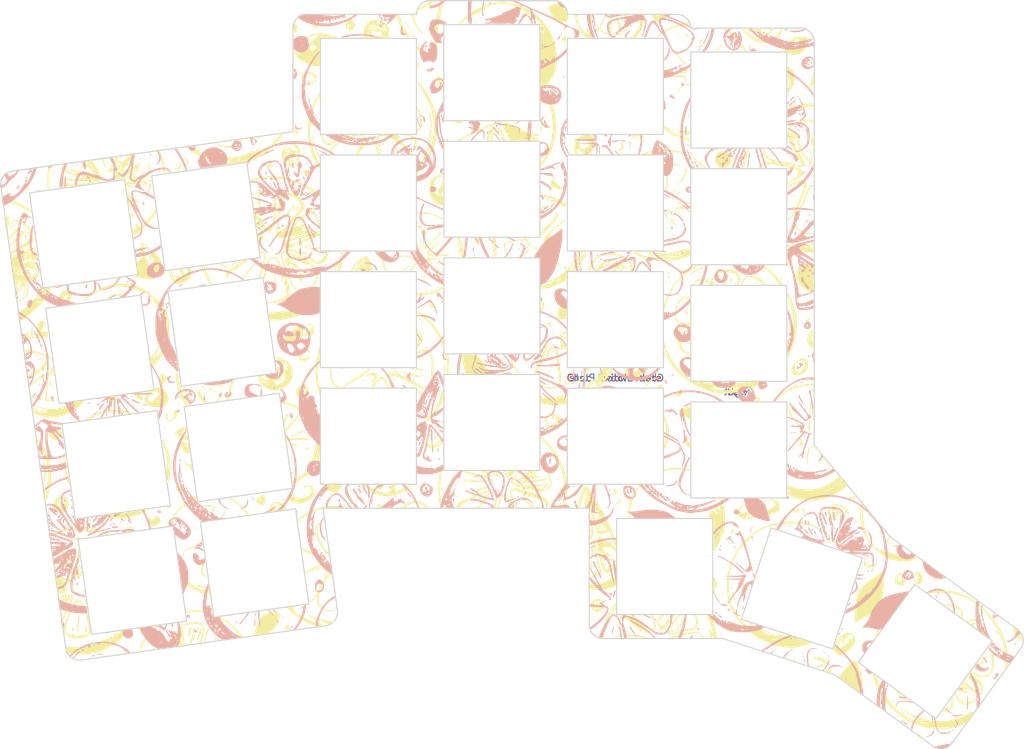
<source format=kicad_pcb>
(kicad_pcb (version 20240108) (generator "pcbnew") (generator_version "8.0")
  (title_block (title "plate") (rev "0.0.2") (company "danikong"))
  (layers (0 "F.Cu" signal) (31 "B.Cu" signal) (34 "B.Paste" user) (35 "F.Paste" user) (36 "B.SilkS" user "B.Silkscreen") (37 "F.SilkS" user "F.Silkscreen") (38 "B.Mask" user) (39 "F.Mask" user) (44 "Edge.Cuts" user))
  (net 0 "")
  (footprint "images:orange_bg_front" (layer "F.Cu") (at 155.32 119.97)
    (property "Reference" "G***" (hide yes))
    (property "Value" "LOGO" (hide yes))
  )
  (footprint "images:orange_bg_back" (layer "B.Cu") (at 155.345135 119.965773 180)
    (property "Reference" "G***" (hide yes))
    (property "Value" "LOGO" (hide yes))
  )
  (gr_line (start 118.633085 102.948877) (end 116.684662 89.085124) (stroke (width 0.15)) (layer "Edge.Cuts"))
  (gr_line (start 141.413149 136.006306) (end 141.413149 122.006306) (stroke (width 0.15)) (layer "Edge.Cuts"))
  (gr_line (start 177.413149 88.006306) (end 163.413149 88.006306) (stroke (width 0.15)) (layer "Edge.Cuts"))
  (gr_line (start 98.859837 91.59024) (end 84.996084 93.538664) (stroke (width 0.15)) (layer "Edge.Cuts"))
  (gr_line (start 159.413149 134.006306) (end 159.413149 120.006306) (stroke (width 0.15)) (layer "Edge.Cuts"))
  (gr_line (start 105.957665 142.093912) (end 92.093912 144.042335) (stroke (width 0.15)) (layer "Edge.Cuts"))
  (gr_line (start 195.413149 87.006306) (end 195.413149 73.006306) (stroke (width 0.15)) (layer "Edge.Cuts"))
  (gr_line (start 127.810207 139.506306) (end 166.613149 139.506306) (stroke (width 0.15)) (layer "Edge.Cuts"))
  (gr_line (start 177.413149 105.006306) (end 163.413149 105.006306) (stroke (width 0.15)) (layer "Edge.Cuts"))
  (gr_line (start 195.413149 124.006306) (end 181.413149 124.006306) (stroke (width 0.15)) (layer "Edge.Cuts"))
  (gr_line (start 177.413149 85.006306) (end 177.413149 71.006306) (stroke (width 0.15)) (layer "Edge.Cuts"))
  (gr_line (start 181.413149 90.006306) (end 181.413149 104.006306) (stroke (width 0.15)) (layer "Edge.Cuts"))
  (gr_line (start 199.413149 130.286568) (end 199.413149 71.506306) (stroke (width 0.15)) (layer "Edge.Cuts"))
  (gr_line (start 89.727969 127.207778) (end 91.676392 141.071531) (stroke (width 0.15)) (layer "Edge.Cuts"))
  (gr_line (start 195.413149 104.006306) (end 195.413149 90.006306) (stroke (width 0.15)) (layer "Edge.Cuts"))
  (gr_line (start 92.093912 144.042335) (end 94.042335 157.906088) (stroke (width 0.15)) (layer "Edge.Cuts"))
  (gr_line (start 105.540146 139.123108) (end 103.591722 125.259355) (stroke (width 0.15)) (layer "Edge.Cuts"))
  (gr_line (start 116.684662 89.085124) (end 102.820909 91.033548) (stroke (width 0.15)) (layer "Edge.Cuts"))
  (gr_line (start 159.413149 100.006306) (end 159.413149 86.006306) (stroke (width 0.15)) (layer "Edge.Cuts"))
  (gr_line (start 141.413149 71.006306) (end 127.413149 71.006306) (stroke (width 0.15)) (layer "Edge.Cuts"))
  (gr_line (start 177.413149 102.006306) (end 177.413149 88.006306) (stroke (width 0.15)) (layer "Edge.Cuts"))
  (gr_line (start 145.413149 103.006306) (end 145.413149 117.006306) (stroke (width 0.15)) (layer "Edge.Cuts"))
  (gr_line (start 163.413149 71.006306) (end 163.413149 85.006306) (stroke (width 0.15)) (layer "Edge.Cuts"))
  (gr_line (start 120.999028 119.783435) (end 119.050605 105.919682) (stroke (width 0.15)) (layer "Edge.Cuts"))
  (gr_line (start 205.835533 161.954928) (end 217.161771 170.183922) (stroke (width 0.15)) (layer "Edge.Cuts"))
  (gr_line (start 181.413149 104.006306) (end 195.413149 104.006306) (stroke (width 0.15)) (layer "Edge.Cuts"))
  (gr_line (start 82.528442 90.351072) (end 123.413149 84.605101) (stroke (width 0.15)) (layer "Edge.Cuts"))
  (gr_line (start 119.050605 105.919682) (end 105.186852 107.868105) (stroke (width 0.15)) (layer "Edge.Cuts"))
  (gr_line (start 177.413149 119.006306) (end 177.413149 105.006306) (stroke (width 0.15)) (layer "Edge.Cuts"))
  (gr_line (start 159.413149 83.006306) (end 159.413149 69.006306) (stroke (width 0.15)) (layer "Edge.Cuts"))
  (gr_line (start 91.676392 141.071531) (end 105.540146 139.123108) (stroke (width 0.15)) (layer "Edge.Cuts"))
  (gr_line (start 195.413149 90.006306) (end 181.413149 90.006306) (stroke (width 0.15)) (layer "Edge.Cuts"))
  (gr_line (start 181.413149 121.006306) (end 195.413149 121.006306) (stroke (width 0.15)) (layer "Edge.Cuts"))
  (gr_line (start 127.413149 71.006306) (end 127.413149 85.006306) (stroke (width 0.15)) (layer "Edge.Cuts"))
  (gr_line (start 181.413149 124.006306) (end 181.413149 138.006306) (stroke (width 0.15)) (layer "Edge.Cuts"))
  (gr_line (start 177.413149 136.006306) (end 177.413149 122.006306) (stroke (width 0.15)) (layer "Edge.Cuts"))
  (gr_line (start 105.186852 107.868105) (end 107.135275 121.731858) (stroke (width 0.15)) (layer "Edge.Cuts"))
  (gr_line (start 159.413149 120.006306) (end 145.413149 120.006306) (stroke (width 0.15)) (layer "Edge.Cuts"))
  (gr_line (start 170.613149 141.006306) (end 170.613149 155.006306) (stroke (width 0.15)) (layer "Edge.Cuts"))
  (gr_line (start 225.390765 158.857684) (end 214.064527 150.628691) (stroke (width 0.15)) (layer "Edge.Cuts"))
  (gr_line (start 145.413149 69.006306) (end 145.413149 83.006306) (stroke (width 0.15)) (layer "Edge.Cuts"))
  (gr_arc (start 161.413149 65.506306) (mid 162.827363 66.092092) (end 163.413149 67.506306) (stroke (width 0.15)) (layer "Edge.Cuts"))
  (gr_line (start 159.413149 103.006306) (end 145.413149 103.006306) (stroke (width 0.15)) (layer "Edge.Cuts"))
  (gr_line (start 103.174203 122.28855) (end 101.225779 108.424797) (stroke (width 0.15)) (layer "Edge.Cuts"))
  (gr_line (start 80.826252 92.609954) (end 90.290023 159.948183) (stroke (width 0.15)) (layer "Edge.Cuts"))
  (gr_line (start 145.413149 100.006306) (end 159.413149 100.006306) (stroke (width 0.15)) (layer "Edge.Cuts"))
  (gr_line (start 181.413149 73.006306) (end 181.413149 87.006306) (stroke (width 0.15)) (layer "Edge.Cuts"))
  (gr_line (start 163.413149 85.006306) (end 177.413149 85.006306) (stroke (width 0.15)) (layer "Edge.Cuts"))
  (gr_line (start 202.44207 163.815671) (end 216.722557 174.191052) (stroke (width 0.15)) (layer "Edge.Cuts"))
  (gr_line (start 193.118872 142.385792) (end 188.792634 155.700583) (stroke (width 0.15)) (layer "Edge.Cuts"))
  (gr_line (start 210.443175 143.626939) (end 199.413149 130.286568) (stroke (width 0.15)) (layer "Edge.Cuts"))
  (gr_line (start 177.413149 71.006306) (end 163.413149 71.006306) (stroke (width 0.15)) (layer "Edge.Cuts"))
  (gr_line (start 125.413149 67.506306) (end 141.413149 67.506306) (stroke (width 0.15)) (layer "Edge.Cuts"))
  (gr_line (start 87.362026 110.373221) (end 89.31045 124.236974) (stroke (width 0.15)) (layer "Edge.Cuts"))
  (gr_arc (start 179.413149 67.506306) (mid 180.827363 68.092092) (end 181.413149 69.506306) (stroke (width 0.15)) (layer "Edge.Cuts"))
  (gr_line (start 168.613149 158.506306) (end 186.101525 158.506306) (stroke (width 0.15)) (layer "Edge.Cuts"))
  (gr_arc (start 141.413149 67.506306) (mid 141.998935 66.092092) (end 143.413149 65.506306) (stroke (width 0.15)) (layer "Edge.Cuts"))
  (gr_line (start 104.769332 104.897301) (end 118.633085 102.948877) (stroke (width 0.15)) (layer "Edge.Cuts"))
  (gr_line (start 202.107426 160.026821) (end 206.433664 146.71203) (stroke (width 0.15)) (layer "Edge.Cuts"))
  (gr_line (start 181.413149 69.506306) (end 197.413149 69.506306) (stroke (width 0.15)) (layer "Edge.Cuts"))
  (gr_line (start 109.501218 138.566415) (end 123.364971 136.617992) (stroke (width 0.15)) (layer "Edge.Cuts"))
  (gr_line (start 107.552794 124.702662) (end 109.501218 138.566415) (stroke (width 0.15)) (layer "Edge.Cuts"))
  (gr_line (start 101.225779 108.424797) (end 87.362026 110.373221) (stroke (width 0.15)) (layer "Edge.Cuts"))
  (gr_line (start 145.413149 83.006306) (end 159.413149 83.006306) (stroke (width 0.15)) (layer "Edge.Cuts"))
  (gr_line (start 127.413149 102.006306) (end 141.413149 102.006306) (stroke (width 0.15)) (layer "Edge.Cuts"))
  (gr_line (start 102.820909 91.033548) (end 104.769332 104.897301) (stroke (width 0.15)) (layer "Edge.Cuts"))
  (gr_line (start 141.413149 85.006306) (end 141.413149 71.006306) (stroke (width 0.15)) (layer "Edge.Cuts"))
  (gr_arc (start 229.068571 157.203531) (mid 229.866098 158.508401) (end 229.508511 159.9953) (stroke (width 0.15)) (layer "Edge.Cuts"))
  (gr_line (start 127.413149 136.006306) (end 141.413149 136.006306) (stroke (width 0.15)) (layer "Edge.Cuts"))
  (gr_line (start 127.810207 139.506306) (end 129.900745 154.381259) (stroke (width 0.15)) (layer "Edge.Cuts"))
  (gr_line (start 94.042335 157.906088) (end 107.906088 155.957665) (stroke (width 0.15)) (layer "Edge.Cuts"))
  (gr_line (start 170.613149 155.006306) (end 184.613149 155.006306) (stroke (width 0.15)) (layer "Edge.Cuts"))
  (gr_arc (start 219.516161 173.748588) (mid 218.210996 174.548394) (end 216.722557 174.191052) (stroke (width 0.15)) (layer "Edge.Cuts"))
  (gr_line (start 214.064527 150.628691) (end 205.835533 161.954928) (stroke (width 0.15)) (layer "Edge.Cuts"))
  (gr_line (start 166.613149 139.506306) (end 166.613149 156.506306) (stroke (width 0.15)) (layer "Edge.Cuts"))
  (gr_line (start 186.101525 158.506306) (end 202.44207 163.815671) (stroke (width 0.15)) (layer "Edge.Cuts"))
  (gr_line (start 195.413149 121.006306) (end 195.413149 107.006306) (stroke (width 0.15)) (layer "Edge.Cuts"))
  (gr_line (start 145.413149 134.006306) (end 159.413149 134.006306) (stroke (width 0.15)) (layer "Edge.Cuts"))
  (gr_line (start 206.433664 146.71203) (end 193.118872 142.385792) (stroke (width 0.15)) (layer "Edge.Cuts"))
  (gr_line (start 163.413149 136.006306) (end 177.413149 136.006306) (stroke (width 0.15)) (layer "Edge.Cuts"))
  (gr_line (start 111.86716 155.400972) (end 125.730913 153.452549) (stroke (width 0.15)) (layer "Edge.Cuts"))
  (gr_line (start 125.730913 153.452549) (end 123.78249 139.588796) (stroke (width 0.15)) (layer "Edge.Cuts"))
  (gr_line (start 219.516161 173.748588) (end 229.508511 159.9953) (stroke (width 0.15)) (layer "Edge.Cuts"))
  (gr_line (start 127.413149 88.006306) (end 127.413149 102.006306) (stroke (width 0.15)) (layer "Edge.Cuts"))
  (gr_line (start 92.548905 161.650373) (end 128.198555 156.640141) (stroke (width 0.15)) (layer "Edge.Cuts"))
  (gr_line (start 141.413149 119.006306) (end 141.413149 105.006306) (stroke (width 0.15)) (layer "Edge.Cuts"))
  (gr_line (start 103.591722 125.259355) (end 89.727969 127.207778) (stroke (width 0.15)) (layer "Edge.Cuts"))
  (gr_line (start 181.413149 87.006306) (end 195.413149 87.006306) (stroke (width 0.15)) (layer "Edge.Cuts"))
  (gr_line (start 127.413149 105.006306) (end 127.413149 119.006306) (stroke (width 0.15)) (layer "Edge.Cuts"))
  (gr_line (start 163.413149 88.006306) (end 163.413149 102.006306) (stroke (width 0.15)) (layer "Edge.Cuts"))
  (gr_line (start 141.413149 102.006306) (end 141.413149 88.006306) (stroke (width 0.15)) (layer "Edge.Cuts"))
  (gr_line (start 84.996084 93.538664) (end 86.944507 107.402417) (stroke (width 0.15)) (layer "Edge.Cuts"))
  (gr_arc (start 197.413149 69.506306) (mid 198.827363 70.092092) (end 199.413149 71.506306) (stroke (width 0.15)) (layer "Edge.Cuts"))
  (gr_line (start 159.413149 86.006306) (end 145.413149 86.006306) (stroke (width 0.15)) (layer "Edge.Cuts"))
  (gr_line (start 188.792634 155.700583) (end 202.107426 160.026821) (stroke (width 0.15)) (layer "Edge.Cuts"))
  (gr_line (start 145.413149 120.006306) (end 145.413149 134.006306) (stroke (width 0.15)) (layer "Edge.Cuts"))
  (gr_line (start 159.413149 69.006306) (end 145.413149 69.006306) (stroke (width 0.15)) (layer "Edge.Cuts"))
  (gr_line (start 163.413149 67.506306) (end 179.413149 67.506306) (stroke (width 0.15)) (layer "Edge.Cuts"))
  (gr_line (start 163.413149 122.006306) (end 163.413149 136.006306) (stroke (width 0.15)) (layer "Edge.Cuts"))
  (gr_line (start 107.906088 155.957665) (end 105.957665 142.093912) (stroke (width 0.15)) (layer "Edge.Cuts"))
  (gr_line (start 121.416547 122.754239) (end 107.552794 124.702662) (stroke (width 0.15)) (layer "Edge.Cuts"))
  (gr_line (start 141.413149 88.006306) (end 127.413149 88.006306) (stroke (width 0.15)) (layer "Edge.Cuts"))
  (gr_line (start 100.80826 105.453993) (end 98.859837 91.59024) (stroke (width 0.15)) (layer "Edge.Cuts"))
  (gr_line (start 89.31045 124.236974) (end 103.174203 122.28855) (stroke (width 0.15)) (layer "Edge.Cuts"))
  (gr_line (start 163.413149 102.006306) (end 177.413149 102.006306) (stroke (width 0.15)) (layer "Edge.Cuts"))
  (gr_arc (start 129.900745 154.381259) (mid 129.51748 155.863235) (end 128.198555 156.640141) (stroke (width 0.15)) (layer "Edge.Cuts"))
  (gr_line (start 184.613149 155.006306) (end 184.613149 141.006306) (stroke (width 0.15)) (layer "Edge.Cuts"))
  (gr_line (start 181.413149 107.006306) (end 181.413149 121.006306) (stroke (width 0.15)) (layer "Edge.Cuts"))
  (gr_line (start 195.413149 107.006306) (end 181.413149 107.006306) (stroke (width 0.15)) (layer "Edge.Cuts"))
  (gr_arc (start 80.826252 92.609954) (mid 81.209517 91.127978) (end 82.528442 90.351072) (stroke (width 0.15)) (layer "Edge.Cuts"))
  (gr_line (start 127.413149 122.006306) (end 127.413149 136.006306) (stroke (width 0.15)) (layer "Edge.Cuts"))
  (gr_line (start 163.413149 105.006306) (end 163.413149 119.006306) (stroke (width 0.15)) (layer "Edge.Cuts"))
  (gr_line (start 141.413149 122.006306) (end 127.413149 122.006306) (stroke (width 0.15)) (layer "Edge.Cuts"))
  (gr_line (start 145.413149 86.006306) (end 145.413149 100.006306) (stroke (width 0.15)) (layer "Edge.Cuts"))
  (gr_line (start 127.413149 85.006306) (end 141.413149 85.006306) (stroke (width 0.15)) (layer "Edge.Cuts"))
  (gr_line (start 123.78249 139.588796) (end 109.918737 141.537219) (stroke (width 0.15)) (layer "Edge.Cuts"))
  (gr_line (start 229.06857 157.203531) (end 210.443175 143.626939) (stroke (width 0.15)) (layer "Edge.Cuts"))
  (gr_line (start 177.413149 122.006306) (end 163.413149 122.006306) (stroke (width 0.15)) (layer "Edge.Cuts"))
  (gr_line (start 184.613149 141.006306) (end 170.613149 141.006306) (stroke (width 0.15)) (layer "Edge.Cuts"))
  (gr_line (start 161.413149 65.506306) (end 143.413149 65.506306) (stroke (width 0.15)) (layer "Edge.Cuts"))
  (gr_line (start 181.413149 138.006306) (end 195.413149 138.006306) (stroke (width 0.15)) (layer "Edge.Cuts"))
  (gr_line (start 141.413149 105.006306) (end 127.413149 105.006306) (stroke (width 0.15)) (layer "Edge.Cuts"))
  (gr_line (start 86.944507 107.402417) (end 100.80826 105.453993) (stroke (width 0.15)) (layer "Edge.Cuts"))
  (gr_arc (start 92.548905 161.650373) (mid 91.066929 161.267108) (end 90.290023 159.948183) (stroke (width 0.15)) (layer "Edge.Cuts"))
  (gr_line (start 123.364971 136.617992) (end 121.416547 122.754239) (stroke (width 0.15)) (layer "Edge.Cuts"))
  (gr_line (start 127.413149 119.006306) (end 141.413149 119.006306) (stroke (width 0.15)) (layer "Edge.Cuts"))
  (gr_line (start 163.413149 119.006306) (end 177.413149 119.006306) (stroke (width 0.15)) (layer "Edge.Cuts"))
  (gr_arc (start 123.413149 69.506306) (mid 123.998935 68.092092) (end 125.413149 67.506306) (stroke (width 0.15)) (layer "Edge.Cuts"))
  (gr_line (start 195.413149 138.006306) (end 195.413149 124.006306) (stroke (width 0.15)) (layer "Edge.Cuts"))
  (gr_line (start 107.135275 121.731858) (end 120.999028 119.783435) (stroke (width 0.15)) (layer "Edge.Cuts"))
  (gr_line (start 195.413149 73.006306) (end 181.413149 73.006306) (stroke (width 0.15)) (layer "Edge.Cuts"))
  (gr_line (start 159.413149 117.006306) (end 159.413149 103.006306) (stroke (width 0.15)) (layer "Edge.Cuts"))
  (gr_line (start 217.161771 170.183922) (end 225.390765 158.857684) (stroke (width 0.15)) (layer "Edge.Cuts"))
  (gr_line (start 109.918737 141.537219) (end 111.86716 155.400972) (stroke (width 0.15)) (layer "Edge.Cuts"))
  (gr_line (start 145.413149 117.006306) (end 159.413149 117.006306) (stroke (width 0.15)) (layer "Edge.Cuts"))
  (gr_arc (start 168.613149 158.506306) (mid 167.198935 157.92052) (end 166.613149 156.506306) (stroke (width 0.15)) (layer "Edge.Cuts"))
  (gr_line (start 123.413149 84.605101) (end 123.413149 69.506306) (stroke (width 0.15)) (layer "Edge.Cuts"))
  (gr_text "Choc Switch Plate" (at 163.213149 120.506306 0) (layer "F.Cu") (effects (font (size 1 1)) (justify left)))
  (gr_text "Left" (at 186.613149 122.506306 0) (layer "F.Cu") (effects (font (size 1 1)) (justify left)))
  (gr_text "Right" (at 190.213149 122.506306 0) (layer "B.Cu") (effects (font (size 1 1)) (justify left mirror)))
  (gr_text "Choc Switch Plate" (at 177.613149 120.506306 0) (layer "B.Cu") (effects (font (size 1 1)) (justify left mirror)))
)
</source>
